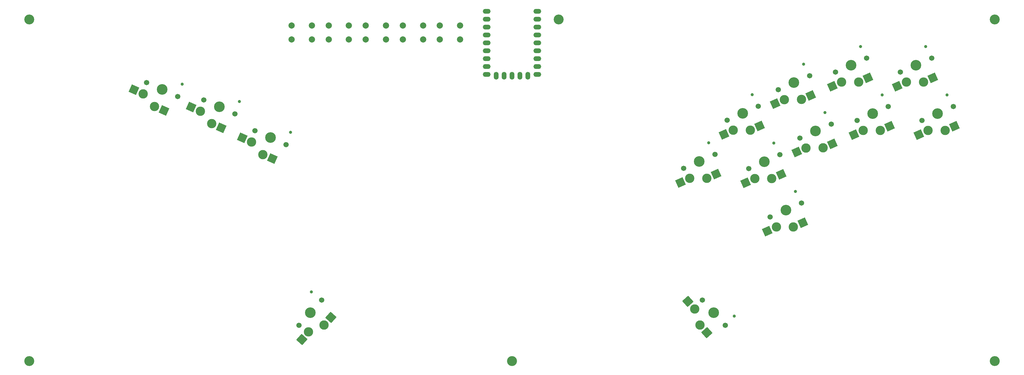
<source format=gbs>
%TF.GenerationSoftware,KiCad,Pcbnew,8.0.5*%
%TF.CreationDate,2024-10-10T15:24:37-05:00*%
%TF.ProjectId,triplejump,74726970-6c65-46a7-956d-702e6b696361,rev?*%
%TF.SameCoordinates,Original*%
%TF.FileFunction,Soldermask,Bot*%
%TF.FilePolarity,Negative*%
%FSLAX46Y46*%
G04 Gerber Fmt 4.6, Leading zero omitted, Abs format (unit mm)*
G04 Created by KiCad (PCBNEW 8.0.5) date 2024-10-10 15:24:37*
%MOMM*%
%LPD*%
G01*
G04 APERTURE LIST*
G04 Aperture macros list*
%AMRotRect*
0 Rectangle, with rotation*
0 The origin of the aperture is its center*
0 $1 length*
0 $2 width*
0 $3 Rotation angle, in degrees counterclockwise*
0 Add horizontal line*
21,1,$1,$2,0,0,$3*%
G04 Aperture macros list end*
%ADD10C,1.701800*%
%ADD11C,3.000000*%
%ADD12C,3.429000*%
%ADD13C,0.990600*%
%ADD14RotRect,2.600000X2.600000X24.000000*%
%ADD15RotRect,2.600000X2.600000X312.000000*%
%ADD16RotRect,2.600000X2.600000X48.000000*%
%ADD17O,2.500000X1.500000*%
%ADD18O,1.500000X2.500000*%
%ADD19RotRect,2.600000X2.600000X336.000000*%
%ADD20C,3.200000*%
%ADD21C,2.000000*%
G04 APERTURE END LIST*
D10*
%TO.C,SW18*%
X284442931Y-65162527D03*
D11*
X286424966Y-68384954D03*
D12*
X289467431Y-62925475D03*
D11*
X291887514Y-68361070D03*
D13*
X292527844Y-56965419D03*
D10*
X294491931Y-60688423D03*
D14*
X294879375Y-67029008D03*
X283433105Y-69717016D03*
%TD*%
D10*
%TO.C,SW10*%
X253095422Y-117314219D03*
D11*
X250643195Y-120195031D03*
D12*
X256775640Y-121401516D03*
D11*
X252353929Y-125382842D03*
D13*
X263389710Y-122470383D03*
D10*
X260455858Y-125488813D03*
D15*
X254545331Y-127816642D03*
X248451790Y-117761233D03*
%TD*%
D10*
%TO.C,SW12*%
X261047948Y-59452736D03*
D11*
X263029983Y-62675163D03*
D12*
X266072448Y-57215684D03*
D11*
X268492531Y-62651279D03*
D13*
X269132861Y-51255628D03*
D10*
X271096948Y-54978632D03*
D14*
X271484392Y-61319217D03*
X260038122Y-64007225D03*
%TD*%
D10*
%TO.C,SW9*%
X123544142Y-125488813D03*
D11*
X126665500Y-127626480D03*
D12*
X127224360Y-121401516D03*
D11*
X131646071Y-125382842D03*
D13*
X127596014Y-114711952D03*
D10*
X130904578Y-117314219D03*
D16*
X133837474Y-122949043D03*
X124474097Y-130060280D03*
%TD*%
D10*
%TO.C,SW20*%
X323643701Y-59536492D03*
D11*
X325625736Y-62758919D03*
D12*
X328668201Y-57299440D03*
D11*
X331088284Y-62735035D03*
D13*
X331728614Y-51339384D03*
D10*
X333692701Y-55062388D03*
D14*
X334080145Y-61402973D03*
X322633875Y-64090981D03*
%TD*%
D17*
%TO.C,U1*%
X200120000Y-24340000D03*
X200120000Y-26880000D03*
X200120000Y-29420000D03*
X200120000Y-31960000D03*
X200120000Y-34500000D03*
X200120000Y-37040000D03*
X200120000Y-39580000D03*
X200120000Y-42120000D03*
X200120000Y-44660000D03*
D18*
X197080000Y-45160000D03*
X194540000Y-45160000D03*
X192000000Y-45160000D03*
X189460000Y-45160000D03*
X186920000Y-45160000D03*
D17*
X183880000Y-44660000D03*
X183880000Y-42120000D03*
X183880000Y-39580000D03*
X183880000Y-37040000D03*
X183880000Y-34500000D03*
X183880000Y-31960000D03*
X183880000Y-29420000D03*
X183880000Y-26880000D03*
X183880000Y-24340000D03*
%TD*%
D10*
%TO.C,SW6*%
X74603917Y-47327495D03*
D11*
X73535427Y-50956659D03*
D12*
X79628417Y-49564547D03*
D11*
X77208334Y-55000142D03*
D13*
X86105418Y-47850821D03*
D10*
X84652917Y-51801599D03*
D19*
X80200195Y-56332205D03*
X70543566Y-49624597D03*
%TD*%
D10*
%TO.C,SW16*%
X247096678Y-74953873D03*
D11*
X249078713Y-78176300D03*
D12*
X252121178Y-72716821D03*
D11*
X254541261Y-78152416D03*
D13*
X255181591Y-66756765D03*
D10*
X257145678Y-70479769D03*
D14*
X257533122Y-76820354D03*
X246086852Y-79508362D03*
%TD*%
D10*
%TO.C,SW14*%
X295854030Y-43956070D03*
D11*
X297836065Y-47178497D03*
D12*
X300878530Y-41719018D03*
D11*
X303298613Y-47154613D03*
D13*
X303938943Y-35758962D03*
D10*
X305903030Y-39481966D03*
D14*
X306290474Y-45822551D03*
X294844204Y-48510559D03*
%TD*%
D10*
%TO.C,SW15*%
X316708842Y-43960541D03*
D11*
X318690877Y-47182968D03*
D12*
X321733342Y-41723489D03*
D11*
X324153425Y-47159084D03*
D13*
X324793755Y-35763433D03*
D10*
X326757842Y-39486437D03*
D14*
X327145286Y-45827022D03*
X315699016Y-48515030D03*
%TD*%
D10*
%TO.C,SW8*%
X109409999Y-62824161D03*
D11*
X108341509Y-66453325D03*
D12*
X114434499Y-65061213D03*
D11*
X112014416Y-70496808D03*
D13*
X120911500Y-63347487D03*
D10*
X119458999Y-67298265D03*
D19*
X115006277Y-71828871D03*
X105349648Y-65121263D03*
%TD*%
D10*
%TO.C,SW19*%
X302788889Y-59532021D03*
D11*
X304770924Y-62754448D03*
D12*
X307813389Y-57294969D03*
D11*
X310233472Y-62730564D03*
D13*
X310873802Y-51334913D03*
D10*
X312837889Y-55057917D03*
D14*
X313225333Y-61398502D03*
X301779063Y-64086510D03*
%TD*%
D10*
%TO.C,SW7*%
X92975500Y-52900448D03*
D11*
X91907010Y-56529612D03*
D12*
X98000000Y-55137500D03*
D11*
X95579917Y-60573095D03*
D13*
X104477001Y-53423774D03*
D10*
X103024500Y-57374552D03*
D19*
X98571778Y-61905158D03*
X88915149Y-55197550D03*
%TD*%
D20*
%TO.C,M3*%
X37000000Y-137000000D03*
%TD*%
D10*
%TO.C,SW17*%
X267982807Y-75028687D03*
D11*
X269964842Y-78251114D03*
D12*
X273007307Y-72791635D03*
D11*
X275427390Y-78227230D03*
D13*
X276067720Y-66831579D03*
D10*
X278031807Y-70554583D03*
D14*
X278419251Y-76895168D03*
X266972981Y-79583176D03*
%TD*%
D21*
%TO.C,SW5*%
X168831250Y-28943750D03*
X175331250Y-28943750D03*
X168831250Y-33443750D03*
X175331250Y-33443750D03*
%TD*%
D20*
%TO.C,M3*%
X37000000Y-27000000D03*
%TD*%
D10*
%TO.C,SW11*%
X274917667Y-90604637D03*
D11*
X276899702Y-93827064D03*
D12*
X279942167Y-88367585D03*
D11*
X282362250Y-93803180D03*
D13*
X283002580Y-82407529D03*
D10*
X284966667Y-86130533D03*
D14*
X285354111Y-92471118D03*
X273907841Y-95159126D03*
%TD*%
D20*
%TO.C,M3*%
X347000000Y-27000000D03*
%TD*%
%TO.C,M3*%
X207000000Y-27000000D03*
%TD*%
D10*
%TO.C,SW13*%
X277508072Y-49586576D03*
D11*
X279490107Y-52809003D03*
D12*
X282532572Y-47349524D03*
D11*
X284952655Y-52785119D03*
D13*
X285592985Y-41389468D03*
D10*
X287557072Y-45112472D03*
D14*
X287944516Y-51453057D03*
X276498246Y-54141065D03*
%TD*%
D20*
%TO.C,M3*%
X347000000Y-137000000D03*
%TD*%
D21*
%TO.C,SW2*%
X133112500Y-28943750D03*
X139612500Y-28943750D03*
X133112500Y-33443750D03*
X139612500Y-33443750D03*
%TD*%
%TO.C,SW1*%
X121206500Y-28943750D03*
X127706500Y-28943750D03*
X121206500Y-33443750D03*
X127706500Y-33443750D03*
%TD*%
%TO.C,SW4*%
X156925000Y-28943750D03*
X163425000Y-28943750D03*
X156925000Y-33443750D03*
X163425000Y-33443750D03*
%TD*%
%TO.C,SW3*%
X145018750Y-28943750D03*
X151518750Y-28943750D03*
X145018750Y-33443750D03*
X151518750Y-33443750D03*
%TD*%
D20*
%TO.C,M3*%
X192000000Y-137000000D03*
%TD*%
M02*

</source>
